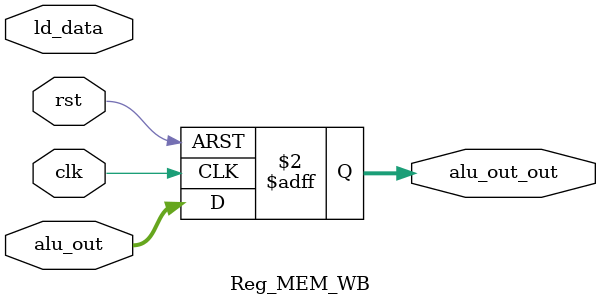
<source format=sv>
module Reg_MEM_WB(
    input clk,
    input rst,
    input [31:0] alu_out,
    input [31:0] ld_data,
    output reg [31:0] alu_out_out
);
always @(posedge clk or posedge rst) begin
    if(rst)begin
        alu_out_out<=32'd0;
    end
    else begin
        alu_out_out<=alu_out;
    end
end
endmodule

</source>
